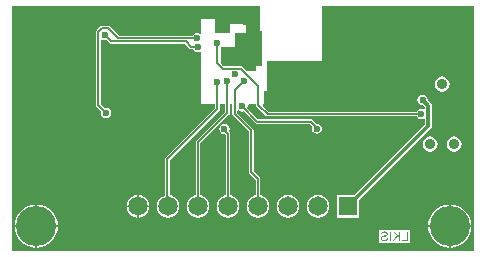
<source format=gbl>
G04*
G04 #@! TF.GenerationSoftware,Altium Limited,Altium Designer,21.6.4 (81)*
G04*
G04 Layer_Physical_Order=4*
G04 Layer_Color=16711680*
%FSLAX44Y44*%
%MOMM*%
G71*
G04*
G04 #@! TF.SameCoordinates,816F8A91-06EC-47E4-87ED-5788FB9A99D2*
G04*
G04*
G04 #@! TF.FilePolarity,Positive*
G04*
G01*
G75*
%ADD39C,0.1520*%
%ADD41C,0.3500*%
%ADD42C,0.9000*%
%ADD43C,1.6500*%
%ADD44R,1.6500X1.6500*%
%ADD45C,3.4000*%
%ADD46C,0.6000*%
G36*
X395922Y4078D02*
X4078Y4078D01*
X4078Y211500D01*
X214200D01*
Y190100D01*
X216100D01*
Y160300D01*
X211000D01*
Y156700D01*
X203097D01*
X199888Y159910D01*
X199216Y160358D01*
X198424Y160516D01*
X183698D01*
X181000Y163214D01*
Y176869D01*
X181078Y176921D01*
X181131Y177000D01*
X193000Y177000D01*
Y188600D01*
X202600D01*
Y196000D01*
X189400D01*
Y188400D01*
X176700D01*
Y200500D01*
X164800D01*
Y187934D01*
X163530Y187449D01*
X162448Y188172D01*
X160782Y188504D01*
X159116Y188172D01*
X157704Y187229D01*
X157029Y186220D01*
X95345D01*
X87316Y194249D01*
X86644Y194698D01*
X85852Y194856D01*
X80518D01*
X79726Y194698D01*
X79054Y194249D01*
X76006Y191201D01*
X75558Y190530D01*
X75400Y189738D01*
Y127530D01*
X75558Y126738D01*
X76006Y126067D01*
X79883Y122190D01*
X79646Y121000D01*
X79978Y119334D01*
X80921Y117921D01*
X82334Y116978D01*
X84000Y116646D01*
X85666Y116978D01*
X87079Y117921D01*
X88022Y119334D01*
X88354Y121000D01*
X88022Y122666D01*
X87079Y124079D01*
X85666Y125022D01*
X84000Y125354D01*
X82810Y125117D01*
X79540Y128387D01*
Y182649D01*
X80810Y183328D01*
X81334Y182978D01*
X83000Y182646D01*
X84190Y182883D01*
X87177Y179896D01*
X87848Y179448D01*
X88640Y179290D01*
X150523D01*
X154493Y175320D01*
X155164Y174872D01*
X155956Y174714D01*
X157792D01*
X158465Y173706D01*
X159878Y172762D01*
X161544Y172430D01*
X163210Y172762D01*
X163530Y172976D01*
X164800Y172297D01*
Y128300D01*
X176238D01*
Y124809D01*
X134537Y83108D01*
X134088Y82436D01*
X133930Y81644D01*
Y50940D01*
X131699Y50016D01*
X129710Y48490D01*
X128184Y46501D01*
X127225Y44185D01*
X126898Y41700D01*
X127225Y39215D01*
X128184Y36899D01*
X129710Y34910D01*
X131699Y33384D01*
X134015Y32425D01*
X136500Y32098D01*
X138985Y32425D01*
X141301Y33384D01*
X143290Y34910D01*
X144816Y36899D01*
X145775Y39215D01*
X146102Y41700D01*
X145775Y44185D01*
X144816Y46501D01*
X143290Y48490D01*
X141301Y50016D01*
X138985Y50975D01*
X138070Y51095D01*
Y80787D01*
X179771Y122488D01*
X180220Y123160D01*
X180378Y123952D01*
Y128300D01*
X184704D01*
Y121631D01*
X160436Y97364D01*
X159988Y96692D01*
X159830Y95900D01*
Y51030D01*
X159415Y50975D01*
X157099Y50016D01*
X155110Y48490D01*
X153584Y46501D01*
X152625Y44185D01*
X152298Y41700D01*
X152625Y39215D01*
X153584Y36899D01*
X155110Y34910D01*
X157099Y33384D01*
X159415Y32425D01*
X161900Y32098D01*
X164385Y32425D01*
X166701Y33384D01*
X168690Y34910D01*
X170216Y36899D01*
X171175Y39215D01*
X171502Y41700D01*
X171175Y44185D01*
X170216Y46501D01*
X168690Y48490D01*
X166701Y50016D01*
X164385Y50975D01*
X163970Y51030D01*
Y95043D01*
X188237Y119310D01*
X188686Y119981D01*
X188843Y120773D01*
Y128300D01*
X190970D01*
Y119960D01*
X191128Y119168D01*
X191576Y118497D01*
X204930Y105143D01*
Y70887D01*
X205088Y70094D01*
X205536Y69423D01*
X210630Y64329D01*
Y51030D01*
X210215Y50975D01*
X207899Y50016D01*
X205910Y48490D01*
X204384Y46501D01*
X203425Y44185D01*
X203098Y41700D01*
X203425Y39215D01*
X204384Y36899D01*
X205910Y34910D01*
X207899Y33384D01*
X210215Y32425D01*
X212700Y32098D01*
X215185Y32425D01*
X217501Y33384D01*
X219490Y34910D01*
X221016Y36899D01*
X221975Y39215D01*
X222302Y41700D01*
X221975Y44185D01*
X221016Y46501D01*
X219490Y48490D01*
X217501Y50016D01*
X215185Y50975D01*
X214770Y51030D01*
Y65187D01*
X214612Y65979D01*
X214164Y66650D01*
X209070Y71744D01*
Y106000D01*
X208912Y106792D01*
X208463Y107464D01*
X195110Y120817D01*
Y122897D01*
X196380Y123282D01*
X196402Y123250D01*
X197814Y122306D01*
X199480Y121974D01*
X200670Y122211D01*
X210807Y112074D01*
X211478Y111626D01*
X212270Y111468D01*
X256699D01*
X258687Y109480D01*
X258478Y109166D01*
X258146Y107500D01*
X258478Y105834D01*
X259422Y104422D01*
X260834Y103478D01*
X262500Y103146D01*
X264166Y103478D01*
X265578Y104422D01*
X266522Y105834D01*
X266854Y107500D01*
X266522Y109166D01*
X265578Y110578D01*
X264166Y111522D01*
X262500Y111854D01*
X262223Y111798D01*
X259020Y115001D01*
X258348Y115450D01*
X257556Y115608D01*
X213127D01*
X203597Y125138D01*
X203834Y126328D01*
X203694Y127030D01*
X204709Y128300D01*
X211036D01*
Y127762D01*
X211194Y126970D01*
X211642Y126299D01*
X219405Y118536D01*
X220076Y118088D01*
X220868Y117930D01*
X347248D01*
X347921Y116922D01*
X349334Y115978D01*
X351000Y115646D01*
X352666Y115978D01*
X352821Y116081D01*
X353941Y115483D01*
Y111095D01*
X294065Y51220D01*
X279380D01*
Y32180D01*
X298420D01*
Y46865D01*
X359197Y107643D01*
X359865Y108642D01*
X360099Y109820D01*
Y126850D01*
X359865Y128028D01*
X359197Y129027D01*
X356397Y131827D01*
X356066Y133492D01*
X355122Y134904D01*
X353710Y135848D01*
X352044Y136180D01*
X350378Y135848D01*
X348965Y134904D01*
X348022Y133492D01*
X347690Y131826D01*
X348022Y130160D01*
X348965Y128748D01*
X350378Y127804D01*
X352043Y127473D01*
X353830Y125686D01*
X353739Y124656D01*
X353559Y124550D01*
X352600Y124035D01*
X351000Y124354D01*
X349334Y124022D01*
X347921Y123078D01*
X347248Y122070D01*
X221725D01*
X216668Y127127D01*
X217155Y128300D01*
X218000D01*
Y139500D01*
X220100D01*
Y165000D01*
X267300D01*
Y211500D01*
X395922D01*
X395922Y4078D01*
D02*
G37*
%LPC*%
G36*
X368650Y151717D02*
X366213Y151233D01*
X364148Y149852D01*
X362767Y147787D01*
X362283Y145350D01*
X362767Y142913D01*
X364148Y140848D01*
X366213Y139467D01*
X368650Y138983D01*
X371087Y139467D01*
X373152Y140848D01*
X374533Y142913D01*
X375017Y145350D01*
X374533Y147787D01*
X373152Y149852D01*
X371087Y151233D01*
X368650Y151717D01*
D02*
G37*
G36*
X378810Y100917D02*
X376373Y100433D01*
X374308Y99052D01*
X372927Y96987D01*
X372443Y94550D01*
X372927Y92113D01*
X374308Y90048D01*
X376373Y88667D01*
X378810Y88183D01*
X381247Y88667D01*
X383312Y90048D01*
X384693Y92113D01*
X385177Y94550D01*
X384693Y96987D01*
X383312Y99052D01*
X381247Y100433D01*
X378810Y100917D01*
D02*
G37*
G36*
X358490D02*
X356053Y100433D01*
X353988Y99052D01*
X352607Y96987D01*
X352123Y94550D01*
X352607Y92113D01*
X353988Y90048D01*
X356053Y88667D01*
X358490Y88183D01*
X360927Y88667D01*
X362992Y90048D01*
X364373Y92113D01*
X364857Y94550D01*
X364373Y96987D01*
X362992Y99052D01*
X360927Y100433D01*
X358490Y100917D01*
D02*
G37*
G36*
X111862Y51202D02*
Y42462D01*
X120602D01*
X120375Y44185D01*
X119416Y46501D01*
X117890Y48490D01*
X115901Y50016D01*
X113585Y50975D01*
X111862Y51202D01*
D02*
G37*
G36*
X110338D02*
X108615Y50975D01*
X106299Y50016D01*
X104310Y48490D01*
X102784Y46501D01*
X101825Y44185D01*
X101598Y42462D01*
X110338D01*
Y51202D01*
D02*
G37*
G36*
X120602Y40938D02*
X111862D01*
Y32198D01*
X113585Y32425D01*
X115901Y33384D01*
X117890Y34910D01*
X119416Y36899D01*
X120375Y39215D01*
X120602Y40938D01*
D02*
G37*
G36*
X110338D02*
X101598D01*
X101825Y39215D01*
X102784Y36899D01*
X104310Y34910D01*
X106299Y33384D01*
X108615Y32425D01*
X110338Y32198D01*
Y40938D01*
D02*
G37*
G36*
X263500Y51302D02*
X261015Y50975D01*
X258699Y50016D01*
X256710Y48490D01*
X255184Y46501D01*
X254225Y44185D01*
X253898Y41700D01*
X254225Y39215D01*
X255184Y36899D01*
X256710Y34910D01*
X258699Y33384D01*
X261015Y32425D01*
X263500Y32098D01*
X265985Y32425D01*
X268301Y33384D01*
X270290Y34910D01*
X271816Y36899D01*
X272775Y39215D01*
X273102Y41700D01*
X272775Y44185D01*
X271816Y46501D01*
X270290Y48490D01*
X268301Y50016D01*
X265985Y50975D01*
X263500Y51302D01*
D02*
G37*
G36*
X238100D02*
X235615Y50975D01*
X233299Y50016D01*
X231310Y48490D01*
X229784Y46501D01*
X228825Y44185D01*
X228498Y41700D01*
X228825Y39215D01*
X229784Y36899D01*
X231310Y34910D01*
X233299Y33384D01*
X235615Y32425D01*
X238100Y32098D01*
X240585Y32425D01*
X242901Y33384D01*
X244890Y34910D01*
X246416Y36899D01*
X247375Y39215D01*
X247702Y41700D01*
X247375Y44185D01*
X246416Y46501D01*
X244890Y48490D01*
X242901Y50016D01*
X240585Y50975D01*
X238100Y51302D01*
D02*
G37*
G36*
X184250Y111604D02*
X182584Y111272D01*
X181171Y110329D01*
X180228Y108916D01*
X179896Y107250D01*
X180228Y105584D01*
X181171Y104171D01*
X182584Y103228D01*
X184250Y102896D01*
X184280Y102902D01*
X185230Y102056D01*
Y51030D01*
X184815Y50975D01*
X182499Y50016D01*
X180510Y48490D01*
X178984Y46501D01*
X178025Y44185D01*
X177698Y41700D01*
X178025Y39215D01*
X178984Y36899D01*
X180510Y34910D01*
X182499Y33384D01*
X184815Y32425D01*
X187300Y32098D01*
X189785Y32425D01*
X192101Y33384D01*
X194090Y34910D01*
X195616Y36899D01*
X196575Y39215D01*
X196902Y41700D01*
X196575Y44185D01*
X195616Y46501D01*
X194090Y48490D01*
X192101Y50016D01*
X189785Y50975D01*
X189370Y51030D01*
Y102988D01*
X189212Y103780D01*
X188764Y104451D01*
X188015Y105199D01*
X188272Y105584D01*
X188604Y107250D01*
X188272Y108916D01*
X187328Y110329D01*
X185916Y111272D01*
X184250Y111604D01*
D02*
G37*
G36*
X375762Y43283D02*
Y25762D01*
X393283D01*
X393006Y28582D01*
X391961Y32025D01*
X390264Y35199D01*
X387981Y37981D01*
X385199Y40264D01*
X382025Y41961D01*
X378582Y43006D01*
X375762Y43283D01*
D02*
G37*
G36*
X374238D02*
X371418Y43006D01*
X367975Y41961D01*
X364801Y40264D01*
X362019Y37981D01*
X359736Y35199D01*
X358039Y32025D01*
X356994Y28582D01*
X356717Y25762D01*
X374238D01*
Y43283D01*
D02*
G37*
G36*
X25762D02*
Y25762D01*
X43283D01*
X43006Y28582D01*
X41961Y32025D01*
X40264Y35199D01*
X37981Y37981D01*
X35199Y40264D01*
X32025Y41961D01*
X28582Y43006D01*
X25762Y43283D01*
D02*
G37*
G36*
X24238D02*
X21418Y43006D01*
X17975Y41961D01*
X14801Y40264D01*
X12019Y37981D01*
X9736Y35199D01*
X8039Y32025D01*
X6994Y28582D01*
X6717Y25762D01*
X24238D01*
Y43283D01*
D02*
G37*
G36*
X341210Y21676D02*
X314960D01*
Y10668D01*
X341210D01*
Y21676D01*
D02*
G37*
G36*
X393283Y24238D02*
X375762D01*
Y6717D01*
X378582Y6994D01*
X382025Y8039D01*
X385199Y9736D01*
X387981Y12019D01*
X390264Y14801D01*
X391961Y17975D01*
X393006Y21418D01*
X393283Y24238D01*
D02*
G37*
G36*
X374238D02*
X356717D01*
X356994Y21418D01*
X358039Y17975D01*
X359736Y14801D01*
X362019Y12019D01*
X364801Y9736D01*
X367975Y8039D01*
X371418Y6994D01*
X374238Y6717D01*
Y24238D01*
D02*
G37*
G36*
X43283D02*
X25762D01*
Y6717D01*
X28582Y6994D01*
X32025Y8039D01*
X35199Y9736D01*
X37981Y12019D01*
X40264Y14801D01*
X41961Y17975D01*
X43006Y21418D01*
X43283Y24238D01*
D02*
G37*
G36*
X24238D02*
X6717D01*
X6994Y21418D01*
X8039Y17975D01*
X9736Y14801D01*
X12019Y12019D01*
X14801Y9736D01*
X17975Y8039D01*
X21418Y6994D01*
X24238Y6717D01*
Y24238D01*
D02*
G37*
%LPD*%
G36*
X333357Y12311D02*
X332283D01*
Y15127D01*
X330957Y16406D01*
X328064Y12311D01*
X326645D01*
X330206Y17134D01*
X326791Y20431D01*
X328252D01*
X332283Y16401D01*
Y20431D01*
X333357D01*
Y12311D01*
D02*
G37*
G36*
X339664D02*
X334595D01*
Y13267D01*
X338591D01*
Y20431D01*
X339664D01*
Y12311D01*
D02*
G37*
G36*
X325571D02*
X324497D01*
Y20431D01*
X325571D01*
Y12311D01*
D02*
G37*
G36*
X319956Y20566D02*
X320102Y20561D01*
X320243Y20549D01*
X320384Y20531D01*
X320513Y20508D01*
X320636Y20484D01*
X320748Y20461D01*
X320853Y20431D01*
X320953Y20408D01*
X321041Y20379D01*
X321112Y20355D01*
X321176Y20338D01*
X321229Y20314D01*
X321264Y20302D01*
X321288Y20296D01*
X321293Y20291D01*
X321417Y20238D01*
X321528Y20179D01*
X321634Y20115D01*
X321734Y20050D01*
X321827Y19980D01*
X321909Y19915D01*
X321986Y19845D01*
X322050Y19780D01*
X322109Y19721D01*
X322162Y19663D01*
X322209Y19616D01*
X322244Y19569D01*
X322273Y19534D01*
X322291Y19504D01*
X322303Y19487D01*
X322309Y19481D01*
X322367Y19381D01*
X322420Y19276D01*
X322467Y19176D01*
X322508Y19076D01*
X322543Y18976D01*
X322573Y18882D01*
X322590Y18794D01*
X322614Y18706D01*
X322625Y18624D01*
X322637Y18554D01*
X322643Y18489D01*
X322649Y18436D01*
X322655Y18390D01*
Y18360D01*
Y18337D01*
Y18331D01*
X322649Y18225D01*
X322643Y18125D01*
X322608Y17938D01*
X322567Y17768D01*
X322537Y17691D01*
X322514Y17615D01*
X322485Y17550D01*
X322461Y17492D01*
X322438Y17445D01*
X322414Y17404D01*
X322397Y17369D01*
X322385Y17345D01*
X322379Y17328D01*
X322373Y17322D01*
X322314Y17240D01*
X322256Y17157D01*
X322115Y17011D01*
X321974Y16882D01*
X321833Y16776D01*
X321763Y16729D01*
X321704Y16688D01*
X321646Y16647D01*
X321599Y16618D01*
X321558Y16594D01*
X321528Y16576D01*
X321511Y16571D01*
X321505Y16565D01*
X321411Y16518D01*
X321311Y16477D01*
X321194Y16430D01*
X321071Y16383D01*
X320812Y16295D01*
X320554Y16219D01*
X320437Y16183D01*
X320320Y16154D01*
X320214Y16125D01*
X320126Y16101D01*
X320050Y16084D01*
X319991Y16066D01*
X319973Y16060D01*
X319956D01*
X319950Y16054D01*
X319944D01*
X319744Y16007D01*
X319563Y15961D01*
X319392Y15919D01*
X319246Y15878D01*
X319111Y15843D01*
X318993Y15814D01*
X318894Y15784D01*
X318800Y15755D01*
X318724Y15732D01*
X318659Y15714D01*
X318612Y15696D01*
X318571Y15685D01*
X318536Y15673D01*
X318518Y15667D01*
X318506Y15661D01*
X318501D01*
X318407Y15620D01*
X318325Y15585D01*
X318242Y15544D01*
X318172Y15503D01*
X318102Y15462D01*
X318043Y15421D01*
X317990Y15380D01*
X317943Y15344D01*
X317902Y15309D01*
X317867Y15274D01*
X317808Y15221D01*
X317779Y15186D01*
X317767Y15180D01*
Y15174D01*
X317691Y15063D01*
X317632Y14951D01*
X317591Y14840D01*
X317568Y14740D01*
X317550Y14646D01*
X317544Y14611D01*
Y14576D01*
X317538Y14546D01*
Y14529D01*
Y14517D01*
Y14511D01*
X317550Y14376D01*
X317574Y14241D01*
X317615Y14124D01*
X317656Y14024D01*
X317697Y13936D01*
X317720Y13901D01*
X317738Y13872D01*
X317750Y13848D01*
X317761Y13831D01*
X317773Y13819D01*
Y13813D01*
X317867Y13701D01*
X317978Y13602D01*
X318096Y13514D01*
X318207Y13443D01*
X318313Y13391D01*
X318354Y13367D01*
X318395Y13349D01*
X318424Y13332D01*
X318448Y13320D01*
X318465Y13314D01*
X318471D01*
X318653Y13256D01*
X318835Y13209D01*
X319017Y13179D01*
X319187Y13156D01*
X319263Y13150D01*
X319334Y13144D01*
X319392Y13138D01*
X319445D01*
X319492Y13132D01*
X319551D01*
X319803Y13144D01*
X320038Y13168D01*
X320149Y13191D01*
X320249Y13209D01*
X320349Y13232D01*
X320437Y13256D01*
X320513Y13273D01*
X320589Y13297D01*
X320648Y13320D01*
X320701Y13338D01*
X320742Y13349D01*
X320777Y13361D01*
X320795Y13373D01*
X320801D01*
X320900Y13420D01*
X320994Y13467D01*
X321082Y13520D01*
X321158Y13572D01*
X321235Y13625D01*
X321299Y13678D01*
X321364Y13731D01*
X321417Y13778D01*
X321464Y13825D01*
X321505Y13866D01*
X321540Y13901D01*
X321563Y13936D01*
X321587Y13966D01*
X321604Y13983D01*
X321610Y13995D01*
X321616Y14001D01*
X321704Y14159D01*
X321775Y14324D01*
X321833Y14494D01*
X321874Y14652D01*
X321892Y14728D01*
X321909Y14793D01*
X321921Y14857D01*
X321927Y14910D01*
X321939Y14951D01*
Y14981D01*
X321945Y15004D01*
Y15010D01*
X322960Y14922D01*
X322954Y14769D01*
X322936Y14623D01*
X322913Y14482D01*
X322883Y14347D01*
X322848Y14224D01*
X322813Y14101D01*
X322772Y13989D01*
X322731Y13883D01*
X322696Y13789D01*
X322655Y13707D01*
X322620Y13637D01*
X322584Y13572D01*
X322561Y13526D01*
X322537Y13490D01*
X322526Y13467D01*
X322520Y13461D01*
X322438Y13344D01*
X322350Y13232D01*
X322256Y13132D01*
X322156Y13039D01*
X322062Y12951D01*
X321962Y12868D01*
X321869Y12798D01*
X321775Y12733D01*
X321692Y12681D01*
X321610Y12628D01*
X321540Y12587D01*
X321475Y12551D01*
X321423Y12528D01*
X321387Y12510D01*
X321358Y12499D01*
X321352Y12493D01*
X321211Y12440D01*
X321059Y12387D01*
X320906Y12346D01*
X320748Y12311D01*
X320437Y12252D01*
X320290Y12235D01*
X320149Y12217D01*
X320014Y12205D01*
X319891Y12194D01*
X319780Y12188D01*
X319686Y12182D01*
X319610Y12176D01*
X319504D01*
X319345Y12182D01*
X319187Y12188D01*
X319035Y12205D01*
X318894Y12223D01*
X318759Y12252D01*
X318630Y12276D01*
X318506Y12305D01*
X318395Y12334D01*
X318295Y12364D01*
X318207Y12393D01*
X318131Y12422D01*
X318066Y12446D01*
X318014Y12464D01*
X317973Y12481D01*
X317949Y12487D01*
X317943Y12493D01*
X317814Y12557D01*
X317697Y12622D01*
X317585Y12692D01*
X317486Y12763D01*
X317392Y12839D01*
X317304Y12915D01*
X317222Y12986D01*
X317151Y13056D01*
X317087Y13121D01*
X317034Y13179D01*
X316987Y13238D01*
X316952Y13285D01*
X316922Y13326D01*
X316899Y13355D01*
X316887Y13373D01*
X316881Y13379D01*
X316817Y13490D01*
X316758Y13596D01*
X316705Y13707D01*
X316664Y13813D01*
X316629Y13919D01*
X316600Y14018D01*
X316570Y14118D01*
X316553Y14206D01*
X316535Y14294D01*
X316523Y14370D01*
X316517Y14435D01*
X316511Y14494D01*
X316506Y14541D01*
Y14576D01*
Y14599D01*
Y14605D01*
X316511Y14728D01*
X316517Y14840D01*
X316535Y14951D01*
X316558Y15057D01*
X316582Y15163D01*
X316611Y15256D01*
X316646Y15344D01*
X316676Y15426D01*
X316705Y15497D01*
X316740Y15561D01*
X316770Y15620D01*
X316793Y15667D01*
X316817Y15702D01*
X316828Y15732D01*
X316840Y15749D01*
X316846Y15755D01*
X316916Y15849D01*
X316987Y15937D01*
X317151Y16101D01*
X317327Y16242D01*
X317415Y16307D01*
X317497Y16359D01*
X317579Y16412D01*
X317656Y16459D01*
X317720Y16494D01*
X317779Y16530D01*
X317826Y16553D01*
X317867Y16571D01*
X317890Y16582D01*
X317896Y16588D01*
X317996Y16629D01*
X318113Y16670D01*
X318242Y16717D01*
X318383Y16758D01*
X318530Y16805D01*
X318677Y16846D01*
X318976Y16923D01*
X319117Y16964D01*
X319252Y16993D01*
X319375Y17023D01*
X319480Y17052D01*
X319568Y17069D01*
X319604Y17081D01*
X319633Y17087D01*
X319657Y17093D01*
X319674D01*
X319686Y17099D01*
X319692D01*
X319926Y17157D01*
X320138Y17210D01*
X320325Y17263D01*
X320495Y17316D01*
X320642Y17369D01*
X320777Y17416D01*
X320889Y17463D01*
X320988Y17504D01*
X321071Y17545D01*
X321135Y17580D01*
X321194Y17609D01*
X321235Y17638D01*
X321270Y17656D01*
X321288Y17674D01*
X321299Y17680D01*
X321305Y17686D01*
X321358Y17738D01*
X321405Y17797D01*
X321452Y17856D01*
X321487Y17920D01*
X321540Y18038D01*
X321575Y18155D01*
X321599Y18255D01*
X321604Y18296D01*
X321610Y18337D01*
X321616Y18366D01*
Y18390D01*
Y18401D01*
Y18407D01*
X321610Y18501D01*
X321599Y18589D01*
X321575Y18677D01*
X321546Y18753D01*
X321475Y18900D01*
X321434Y18970D01*
X321393Y19029D01*
X321352Y19082D01*
X321317Y19129D01*
X321276Y19170D01*
X321246Y19205D01*
X321217Y19234D01*
X321194Y19252D01*
X321182Y19264D01*
X321176Y19270D01*
X321088Y19334D01*
X320988Y19387D01*
X320877Y19434D01*
X320765Y19475D01*
X320648Y19510D01*
X320531Y19540D01*
X320296Y19581D01*
X320190Y19598D01*
X320085Y19610D01*
X319997Y19616D01*
X319915Y19622D01*
X319850Y19628D01*
X319756D01*
X319586Y19622D01*
X319428Y19610D01*
X319281Y19592D01*
X319140Y19569D01*
X319017Y19534D01*
X318900Y19504D01*
X318794Y19469D01*
X318700Y19434D01*
X318618Y19393D01*
X318547Y19358D01*
X318489Y19328D01*
X318436Y19299D01*
X318395Y19270D01*
X318372Y19252D01*
X318354Y19240D01*
X318348Y19234D01*
X318266Y19158D01*
X318190Y19070D01*
X318119Y18982D01*
X318060Y18888D01*
X318008Y18789D01*
X317961Y18695D01*
X317920Y18601D01*
X317890Y18507D01*
X317861Y18419D01*
X317838Y18337D01*
X317820Y18261D01*
X317808Y18202D01*
X317796Y18149D01*
X317791Y18108D01*
X317785Y18084D01*
Y18073D01*
X316752Y18149D01*
X316764Y18278D01*
X316776Y18407D01*
X316799Y18530D01*
X316828Y18648D01*
X316858Y18759D01*
X316893Y18865D01*
X316928Y18965D01*
X316963Y19053D01*
X317004Y19135D01*
X317034Y19205D01*
X317069Y19270D01*
X317098Y19323D01*
X317122Y19364D01*
X317139Y19399D01*
X317151Y19416D01*
X317157Y19422D01*
X317227Y19528D01*
X317309Y19622D01*
X317392Y19716D01*
X317480Y19798D01*
X317568Y19874D01*
X317656Y19944D01*
X317738Y20009D01*
X317826Y20062D01*
X317902Y20115D01*
X317978Y20156D01*
X318043Y20197D01*
X318102Y20226D01*
X318148Y20250D01*
X318184Y20267D01*
X318207Y20273D01*
X318213Y20279D01*
X318342Y20332D01*
X318477Y20379D01*
X318612Y20414D01*
X318753Y20449D01*
X319017Y20502D01*
X319146Y20519D01*
X319263Y20537D01*
X319381Y20549D01*
X319480Y20555D01*
X319574Y20566D01*
X319651D01*
X319715Y20572D01*
X319803D01*
X319956Y20566D01*
D02*
G37*
D39*
X184250Y106038D02*
X187300Y102988D01*
X184250Y106038D02*
Y107250D01*
X187300Y41700D02*
Y102988D01*
X207000Y70887D02*
X212700Y65187D01*
X207000Y70887D02*
Y106000D01*
X193040Y119960D02*
X207000Y106000D01*
X212700Y41700D02*
Y65187D01*
X193040Y119960D02*
Y139954D01*
X200914Y147828D01*
X199480Y126328D02*
X212270Y113538D01*
X257556D01*
X161900Y95900D02*
X186773Y120773D01*
X161900Y41700D02*
Y95900D01*
X186773Y120773D02*
Y147620D01*
X220868Y120000D02*
X351000D01*
X182840Y158446D02*
X198424D01*
X213106Y127762D02*
X220868Y120000D01*
X213106Y127762D02*
Y143764D01*
X198424Y158446D02*
X213106Y143764D01*
X136000Y81644D02*
X178308Y123952D01*
Y147066D01*
X178000Y163286D02*
X182840Y158446D01*
X178000Y163286D02*
Y179999D01*
X136000Y42200D02*
Y81644D01*
X77470Y127530D02*
X84000Y121000D01*
X77470Y189738D02*
X80518Y192786D01*
X77470Y127530D02*
Y189738D01*
X83000Y187000D02*
X88640Y181360D01*
X151380D01*
X80518Y192786D02*
X85852D01*
X94488Y184150D01*
X151380Y181360D02*
X155956Y176784D01*
X94488Y184150D02*
X160782D01*
X155956Y176784D02*
X161544D01*
X257556Y113538D02*
X262890Y108204D01*
X178000Y180000D02*
X178000Y179999D01*
X136000Y42200D02*
X136500Y41700D01*
D41*
X288900D02*
X357020Y109820D01*
Y126850D01*
X352044Y131826D02*
X357020Y126850D01*
D42*
X358490Y94550D02*
D03*
X378810D02*
D03*
X368650Y145350D02*
D03*
D43*
X161900Y41700D02*
D03*
X187300D02*
D03*
X212700D02*
D03*
X263500D02*
D03*
X238100D02*
D03*
X136500D02*
D03*
X111100D02*
D03*
D44*
X288900D02*
D03*
D45*
X375000Y25000D02*
D03*
X25000D02*
D03*
D46*
X184250Y107250D02*
D03*
X199480Y126328D02*
D03*
X211000Y208000D02*
D03*
X383000D02*
D03*
Y193000D02*
D03*
Y178000D02*
D03*
Y163000D02*
D03*
Y103000D02*
D03*
Y73000D02*
D03*
Y58000D02*
D03*
X368000Y208000D02*
D03*
Y193000D02*
D03*
Y178000D02*
D03*
Y163000D02*
D03*
Y88000D02*
D03*
Y58000D02*
D03*
X353000Y208000D02*
D03*
Y193000D02*
D03*
Y178000D02*
D03*
Y163000D02*
D03*
Y148000D02*
D03*
Y58000D02*
D03*
Y43000D02*
D03*
Y28000D02*
D03*
X338000Y208000D02*
D03*
Y193000D02*
D03*
Y178000D02*
D03*
Y163000D02*
D03*
Y148000D02*
D03*
Y133000D02*
D03*
Y103000D02*
D03*
Y73000D02*
D03*
Y58000D02*
D03*
Y43000D02*
D03*
Y28000D02*
D03*
X323000Y208000D02*
D03*
Y193000D02*
D03*
Y178000D02*
D03*
Y163000D02*
D03*
Y148000D02*
D03*
Y133000D02*
D03*
Y88000D02*
D03*
Y58000D02*
D03*
Y43000D02*
D03*
Y28000D02*
D03*
X308000Y208000D02*
D03*
Y193000D02*
D03*
Y178000D02*
D03*
Y163000D02*
D03*
Y148000D02*
D03*
Y133000D02*
D03*
Y103000D02*
D03*
Y88000D02*
D03*
Y73000D02*
D03*
Y43000D02*
D03*
Y28000D02*
D03*
X293000Y208000D02*
D03*
Y193000D02*
D03*
Y178000D02*
D03*
Y163000D02*
D03*
Y148000D02*
D03*
Y133000D02*
D03*
Y103000D02*
D03*
Y88000D02*
D03*
Y73000D02*
D03*
X278000Y178000D02*
D03*
Y163000D02*
D03*
Y148000D02*
D03*
Y133000D02*
D03*
Y103000D02*
D03*
Y88000D02*
D03*
Y28000D02*
D03*
X263000Y148000D02*
D03*
Y133000D02*
D03*
Y28000D02*
D03*
X248000Y148000D02*
D03*
Y133000D02*
D03*
Y103000D02*
D03*
Y73000D02*
D03*
Y58000D02*
D03*
Y28000D02*
D03*
X233000Y103000D02*
D03*
Y73000D02*
D03*
Y28000D02*
D03*
X218000D02*
D03*
X203000Y208000D02*
D03*
Y58000D02*
D03*
Y28000D02*
D03*
X188000Y208000D02*
D03*
Y28000D02*
D03*
X173000Y208000D02*
D03*
Y88000D02*
D03*
Y73000D02*
D03*
Y58000D02*
D03*
Y28000D02*
D03*
X158000Y208000D02*
D03*
Y28000D02*
D03*
X143000Y208000D02*
D03*
Y163000D02*
D03*
Y118000D02*
D03*
Y103000D02*
D03*
Y73000D02*
D03*
Y58000D02*
D03*
Y28000D02*
D03*
X128000Y208000D02*
D03*
Y163000D02*
D03*
Y148000D02*
D03*
Y118000D02*
D03*
Y103000D02*
D03*
Y88000D02*
D03*
Y73000D02*
D03*
Y58000D02*
D03*
Y28000D02*
D03*
X113000Y208000D02*
D03*
Y163000D02*
D03*
Y148000D02*
D03*
Y133000D02*
D03*
Y118000D02*
D03*
Y103000D02*
D03*
Y88000D02*
D03*
Y73000D02*
D03*
Y58000D02*
D03*
Y28000D02*
D03*
X98000Y208000D02*
D03*
Y193000D02*
D03*
X83000Y208000D02*
D03*
Y163000D02*
D03*
Y148000D02*
D03*
Y133000D02*
D03*
Y88000D02*
D03*
Y73000D02*
D03*
Y58000D02*
D03*
Y43000D02*
D03*
Y28000D02*
D03*
X68000Y208000D02*
D03*
Y193000D02*
D03*
Y163000D02*
D03*
Y148000D02*
D03*
Y133000D02*
D03*
Y88000D02*
D03*
Y73000D02*
D03*
Y58000D02*
D03*
Y43000D02*
D03*
Y28000D02*
D03*
X53000Y208000D02*
D03*
Y193000D02*
D03*
Y178000D02*
D03*
Y163000D02*
D03*
Y148000D02*
D03*
Y133000D02*
D03*
Y118000D02*
D03*
Y103000D02*
D03*
Y88000D02*
D03*
Y73000D02*
D03*
Y58000D02*
D03*
Y43000D02*
D03*
Y28000D02*
D03*
X38000Y208000D02*
D03*
Y193000D02*
D03*
Y163000D02*
D03*
Y148000D02*
D03*
Y133000D02*
D03*
Y88000D02*
D03*
Y73000D02*
D03*
Y58000D02*
D03*
Y43000D02*
D03*
X23000Y208000D02*
D03*
Y193000D02*
D03*
Y178000D02*
D03*
Y163000D02*
D03*
Y148000D02*
D03*
Y133000D02*
D03*
Y118000D02*
D03*
Y103000D02*
D03*
Y88000D02*
D03*
Y73000D02*
D03*
Y58000D02*
D03*
X8000Y208000D02*
D03*
Y193000D02*
D03*
Y178000D02*
D03*
Y163000D02*
D03*
Y148000D02*
D03*
Y133000D02*
D03*
Y118000D02*
D03*
Y103000D02*
D03*
Y88000D02*
D03*
Y73000D02*
D03*
Y58000D02*
D03*
Y43000D02*
D03*
X223000Y162000D02*
D03*
X230000D02*
D03*
X237000D02*
D03*
X244000D02*
D03*
X251000D02*
D03*
X258000D02*
D03*
X265000D02*
D03*
X271000Y166000D02*
D03*
Y173000D02*
D03*
Y180000D02*
D03*
Y187000D02*
D03*
Y194000D02*
D03*
Y201000D02*
D03*
Y208000D02*
D03*
X262500Y107500D02*
D03*
X227500Y145000D02*
D03*
X392500Y117500D02*
D03*
Y132500D02*
D03*
Y147500D02*
D03*
Y162500D02*
D03*
Y177500D02*
D03*
Y192500D02*
D03*
Y207500D02*
D03*
Y72500D02*
D03*
Y57500D02*
D03*
X352500Y7500D02*
D03*
X337500D02*
D03*
X322500D02*
D03*
X307500D02*
D03*
X292500D02*
D03*
X277500D02*
D03*
X262500D02*
D03*
X247500D02*
D03*
X232500D02*
D03*
X217500D02*
D03*
X202500D02*
D03*
X187500D02*
D03*
X97500D02*
D03*
X172500D02*
D03*
X157500D02*
D03*
X142500D02*
D03*
X127500D02*
D03*
X112500D02*
D03*
X82500D02*
D03*
X67500D02*
D03*
X52500D02*
D03*
X352044Y131826D02*
D03*
X200914Y147828D02*
D03*
X178308Y147066D02*
D03*
X193040Y153416D02*
D03*
X186773Y147620D02*
D03*
X83000Y187000D02*
D03*
X160782Y184150D02*
D03*
X161544Y176784D02*
D03*
X178000Y180000D02*
D03*
X351000Y120000D02*
D03*
X184900Y163500D02*
D03*
X195700Y175000D02*
D03*
X201200Y179900D02*
D03*
X202250Y173500D02*
D03*
X184600Y173100D02*
D03*
X84000Y121000D02*
D03*
X186500Y197750D02*
D03*
X209500D02*
D03*
X208250Y179250D02*
D03*
X194000Y199000D02*
D03*
X202500Y163500D02*
D03*
X179500Y197750D02*
D03*
X202500Y198250D02*
D03*
X208500Y185750D02*
D03*
X193000Y163700D02*
D03*
M02*

</source>
